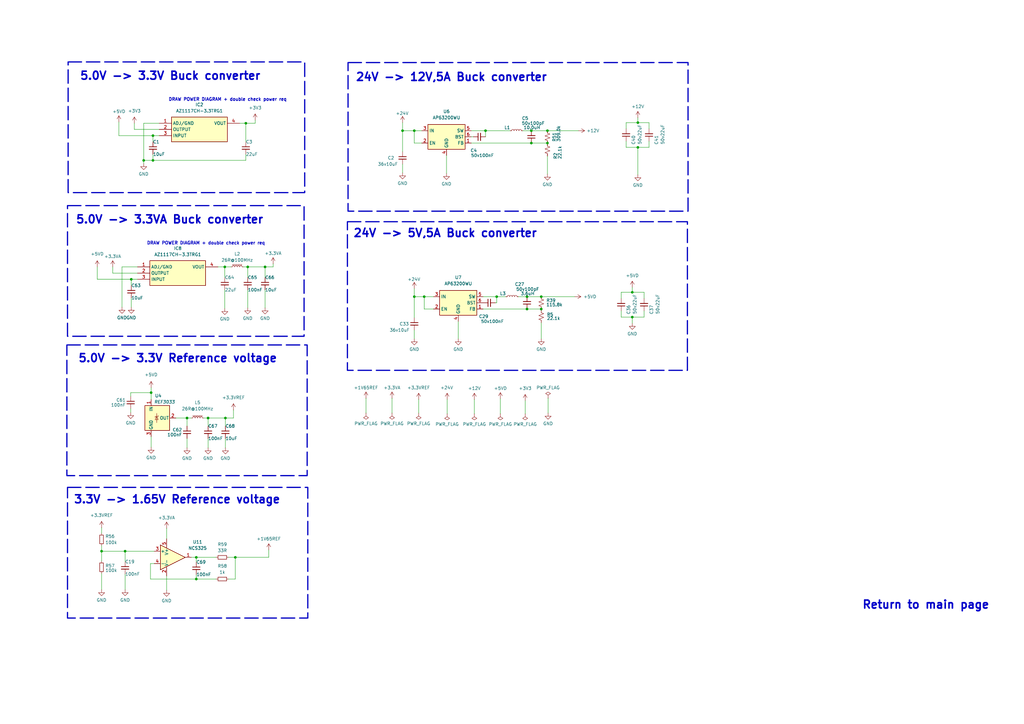
<source format=kicad_sch>
(kicad_sch (version 20231120) (generator "eeschema") (generator_version "8.0")
  (paper "A3")
  (title_block (title "Super Capacitor Module (SCM)") (date "2024-06-22") (rev "v1.0") (company "NUS Calibur Robotics") (comment 2 "Authors : Wx, Yassine Bakkali"))
  (lib_symbols
    (symbol "Amplifier_Operational:NCS325" (pin_names (offset 0.127))
      (property "Reference" "U" (at 0 6.35 0))
      (property "Value" "NCS325" (at 0 3.81 0))
      (symbol "NCS325_0_1"
        (polyline (pts (xy -5.08 5.08) (xy 5.08 0) (xy -5.08 -5.08) (xy -5.08 5.08)) (stroke (width 0.254)) (fill (type background)))
      )
      (symbol "NCS325_1_1"
        (pin output line (at 7.62 0 180) (length 2.54) (name "~") (number "1"))
        (pin power_in line (at -2.54 -7.62 90) (length 3.81) (name "V-") (number "2"))
        (pin input line (at -7.62 2.54 0) (length 2.54) (name "+") (number "3"))
        (pin input line (at -7.62 -2.54 0) (length 2.54) (name "-") (number "4"))
        (pin power_in line (at -2.54 7.62 270) (length 3.81) (name "V+") (number "5"))
      )
    )
    (symbol "Device:C_Small" (pin_numbers hide) (pin_names (offset 0.254) hide)
      (property "Reference" "C" (at 0.254 1.778 0))
      (property "Value" "C_Small" (at 0.254 -2.032 0))
      (symbol "C_Small_0_1"
        (polyline (pts (xy -1.524 -0.508) (xy 1.524 -0.508)) (stroke (width 0.3302)))
        (polyline (pts (xy -1.524 0.508) (xy 1.524 0.508)) (stroke (width 0.3048)))
      )
      (symbol "C_Small_1_1"
        (pin passive line (at 0 2.54 270) (length 2.032) (name "~") (number "1"))
        (pin passive line (at 0 -2.54 90) (length 2.032) (name "~") (number "2"))
      )
    )
    (symbol "Device:L_Ferrite_Small" (pin_numbers hide) (pin_names (offset 0.254) hide)
      (property "Reference" "L" (at 1.27 1.016 0))
      (property "Value" "L_Ferrite_Small" (at 1.27 -1.27 0))
      (symbol "L_Ferrite_Small_0_1"
        (arc (start 0 -2.032) (mid 0.5058 -1.524) (end 0 -1.016))
        (arc (start 0 -1.016) (mid 0.5058 -0.508) (end 0 0))
        (polyline (pts (xy 0.762 -1.905) (xy 0.762 -1.651)))
        (polyline (pts (xy 0.762 -1.397) (xy 0.762 -1.143)))
        (polyline (pts (xy 0.762 -0.889) (xy 0.762 -0.635)))
        (polyline (pts (xy 0.762 -0.381) (xy 0.762 -0.127)))
        (polyline (pts (xy 0.762 0.127) (xy 0.762 0.381)))
        (polyline (pts (xy 0.762 0.635) (xy 0.762 0.889)))
        (polyline (pts (xy 0.762 1.143) (xy 0.762 1.397)))
        (polyline (pts (xy 0.762 1.651) (xy 0.762 1.905)))
        (polyline (pts (xy 1.016 -1.651) (xy 1.016 -1.905)))
        (polyline (pts (xy 1.016 -1.143) (xy 1.016 -1.397)))
        (polyline (pts (xy 1.016 -0.635) (xy 1.016 -0.889)))
        (polyline (pts (xy 1.016 -0.127) (xy 1.016 -0.381)))
        (polyline (pts (xy 1.016 0.381) (xy 1.016 0.127)))
        (polyline (pts (xy 1.016 0.889) (xy 1.016 0.635)))
        (polyline (pts (xy 1.016 1.397) (xy 1.016 1.143)))
        (polyline (pts (xy 1.016 1.905) (xy 1.016 1.651)))
        (arc (start 0 0) (mid 0.5058 0.508) (end 0 1.016))
        (arc (start 0 1.016) (mid 0.5058 1.524) (end 0 2.032))
      )
      (symbol "L_Ferrite_Small_1_1"
        (pin passive line (at 0 2.54 270) (length 0.508) (name "~") (number "1"))
        (pin passive line (at 0 -2.54 90) (length 0.508) (name "~") (number "2"))
      )
    )
    (symbol "Device:L_Small" (pin_numbers hide) (pin_names (offset 0.254) hide)
      (property "Reference" "L" (at 0.762 1.016 0))
      (property "Value" "L_Small" (at 0.762 -1.016 0))
      (symbol "L_Small_0_1"
        (arc (start 0 -2.032) (mid 0.5058 -1.524) (end 0 -1.016))
        (arc (start 0 -1.016) (mid 0.5058 -0.508) (end 0 0))
        (arc (start 0 0) (mid 0.5058 0.508) (end 0 1.016))
        (arc (start 0 1.016) (mid 0.5058 1.524) (end 0 2.032))
      )
      (symbol "L_Small_1_1"
        (pin passive line (at 0 2.54 270) (length 0.508) (name "~") (number "1"))
        (pin passive line (at 0 -2.54 90) (length 0.508) (name "~") (number "2"))
      )
    )
    (symbol "Device:R_Small" (pin_numbers hide) (pin_names (offset 0.254) hide)
      (property "Reference" "R" (at 0.762 0.508 0))
      (property "Value" "R_Small" (at 0.762 -1.016 0))
      (symbol "R_Small_0_1"
        (rectangle (start -0.762 1.778) (end 0.762 -1.778) (stroke (width 0.2032)))
      )
      (symbol "R_Small_1_1"
        (pin passive line (at 0 2.54 270) (length 0.762) (name "~") (number "1"))
        (pin passive line (at 0 -2.54 90) (length 0.762) (name "~") (number "2"))
      )
    )
    (symbol "Device:R_Small_US" (pin_numbers hide) (pin_names (offset 0.254) hide)
      (property "Reference" "R" (at 0.762 0.508 0))
      (property "Value" "R_Small_US" (at 0.762 -1.016 0))
      (symbol "R_Small_US_1_1"
        (polyline (pts (xy 0 0) (xy 1.016 -0.381) (xy 0 -0.762) (xy -1.016 -1.143) (xy 0 -1.524)))
        (polyline (pts (xy 0 1.524) (xy 1.016 1.143) (xy 0 0.762) (xy -1.016 0.381) (xy 0 0)))
        (pin passive line (at 0 2.54 270) (length 1.016) (name "~") (number "1"))
        (pin passive line (at 0 -2.54 90) (length 1.016) (name "~") (number "2"))
      )
    )
    (symbol "Reference_Voltage:REF3033" (pin_names (offset 0.254))
      (property "Reference" "U" (at 0 6.35 0))
      (property "Value" "REF3033" (at 2.54 -6.35 0))
      (symbol "REF3033_0_1"
        (rectangle (start -5.08 5.08) (end 5.08 -5.08) (stroke (width 0.254)) (fill (type background)))
        (polyline (pts (xy -0.254 1.905) (xy -0.254 -1.905)))
        (polyline (pts (xy -0.889 -0.635) (xy 0.381 -0.635) (xy -0.254 0.635) (xy -0.889 -0.635)))
        (polyline (pts (xy 0.381 1.016) (xy 0.381 0.635) (xy -0.889 0.635) (xy -0.889 0.254)))
      )
      (symbol "REF3033_1_1"
        (pin power_in line (at -2.54 7.62 270) (length 2.54) (name "IN") (number "1"))
        (pin power_out line (at 7.62 0 180) (length 2.54) (name "OUT") (number "2"))
        (pin power_in line (at -2.54 -7.62 90) (length 2.54) (name "GND") (number "3"))
      )
    )
    (symbol "Regulator_Switching:AP63200WU"
      (property "Reference" "U" (at -7.62 6.35 0))
      (property "Value" "AP63200WU" (at 2.54 6.35 0))
      (symbol "AP63200WU_0_1"
        (rectangle (start -7.62 5.08) (end 7.62 -5.08) (stroke (width 0.254)) (fill (type background)))
      )
      (symbol "AP63200WU_1_1"
        (pin input line (at 10.16 -2.54 180) (length 2.54) (name "FB") (number "1"))
        (pin input line (at -10.16 -2.54 0) (length 2.54) (name "EN") (number "2"))
        (pin power_in line (at -10.16 2.54 0) (length 2.54) (name "IN") (number "3"))
        (pin power_in line (at 0 -7.62 90) (length 2.54) (name "GND") (number "4"))
        (pin output line (at 10.16 2.54 180) (length 2.54) (name "SW") (number "5"))
        (pin passive line (at 10.16 0 180) (length 2.54) (name "BST") (number "6"))
      )
    )
    (symbol "SamacSys_Parts:AZ1117CH-3.3TRG1"
      (property "Reference" "IC" (at 29.21 7.62 0))
      (property "Value" "AZ1117CH-3.3TRG1" (at 29.21 5.08 0))
      (symbol "AZ1117CH-3.3TRG1_1_1"
        (rectangle (start 5.08 2.54) (end 27.94 -7.62) (stroke (width 0.254)) (fill (type background)))
        (pin passive line (at 0 0 0) (length 5.08) (name "ADJ/GND") (number "1"))
        (pin passive line (at 0 -2.54 0) (length 5.08) (name "OUTPUT") (number "2"))
        (pin passive line (at 0 -5.08 0) (length 5.08) (name "INPUT") (number "3"))
        (pin passive line (at 33.02 0 180) (length 5.08) (name "VOUT") (number "4"))
      )
    )
    (symbol "power:+12V" (power) (pin_numbers hide) (pin_names (offset 0) hide)
      (property "Value" "+12V" (at 0 3.556 0))
      (symbol "+12V_0_1"
        (polyline (pts (xy -0.762 1.27) (xy 0 2.54)))
        (polyline (pts (xy 0 0) (xy 0 2.54)))
        (polyline (pts (xy 0 2.54) (xy 0.762 1.27)))
      )
      (symbol "+12V_1_1"
        (pin power_in line (at 0 0 90) (length 0) (name "~") (number "1"))
      )
    )
    (symbol "power:+1V0" (power) (pin_numbers hide) (pin_names (offset 0) hide)
      (property "Value" "+1V0" (at 0 3.556 0))
      (symbol "+1V0_0_1"
        (polyline (pts (xy -0.762 1.27) (xy 0 2.54)))
        (polyline (pts (xy 0 0) (xy 0 2.54)))
        (polyline (pts (xy 0 2.54) (xy 0.762 1.27)))
      )
      (symbol "+1V0_1_1"
        (pin power_in line (at 0 0 90) (length 0) (name "~") (number "1"))
      )
    )
    (symbol "power:+24V" (power) (pin_names (offset 0))
      (property "Value" "+24V" (at 0 3.556 0))
      (symbol "+24V_0_1"
        (polyline (pts (xy -0.762 1.27) (xy 0 2.54)))
        (polyline (pts (xy 0 0) (xy 0 2.54)))
        (polyline (pts (xy 0 2.54) (xy 0.762 1.27)))
      )
      (symbol "+24V_1_1"
        (pin power_in line (at 0 0 90) (length 0) hide (name "+24V") (number "1"))
      )
    )
    (symbol "power:+3.3VA" (power) (pin_numbers hide) (pin_names (offset 0) hide)
      (property "Value" "+3.3VA" (at 0 3.556 0))
      (symbol "+3.3VA_0_1"
        (polyline (pts (xy -0.762 1.27) (xy 0 2.54)))
        (polyline (pts (xy 0 0) (xy 0 2.54)))
        (polyline (pts (xy 0 2.54) (xy 0.762 1.27)))
      )
      (symbol "+3.3VA_1_1"
        (pin power_in line (at 0 0 90) (length 0) (name "~") (number "1"))
      )
    )
    (symbol "power:+3.3VADC" (power) (pin_numbers hide) (pin_names (offset 0) hide)
      (property "Value" "+3.3VADC" (at 0 3.556 0))
      (symbol "+3.3VADC_0_0"
        (pin power_in line (at 0 0 90) (length 0) (name "~") (number "1"))
      )
      (symbol "+3.3VADC_0_1"
        (polyline (pts (xy -0.762 1.27) (xy 0 2.54)))
        (polyline (pts (xy 0 0) (xy 0 2.54)))
        (polyline (pts (xy 0 2.54) (xy 0.762 1.27)))
      )
    )
    (symbol "power:+3V3" (power) (pin_names (offset 0))
      (property "Value" "+3V3" (at 0 3.556 0))
      (symbol "+3V3_0_1"
        (polyline (pts (xy -0.762 1.27) (xy 0 2.54)))
        (polyline (pts (xy 0 0) (xy 0 2.54)))
        (polyline (pts (xy 0 2.54) (xy 0.762 1.27)))
      )
      (symbol "+3V3_1_1"
        (pin power_in line (at 0 0 90) (length 0) hide (name "+3V3") (number "1"))
      )
    )
    (symbol "power:+5VD" (power) (pin_names (offset 0))
      (property "Value" "+5VD" (at 0 3.556 0))
      (symbol "+5VD_0_1"
        (polyline (pts (xy -0.762 1.27) (xy 0 2.54)))
        (polyline (pts (xy 0 0) (xy 0 2.54)))
        (polyline (pts (xy 0 2.54) (xy 0.762 1.27)))
      )
      (symbol "+5VD_1_1"
        (pin power_in line (at 0 0 90) (length 0) hide (name "+5VD") (number "1"))
      )
    )
    (symbol "power:GND" (power) (pin_names (offset 0))
      (property "Value" "GND" (at 0 -3.81 0))
      (symbol "GND_0_1"
        (polyline (pts (xy 0 0) (xy 0 -1.27) (xy 1.27 -1.27) (xy 0 -2.54) (xy -1.27 -1.27) (xy 0 -1.27)))
      )
      (symbol "GND_1_1"
        (pin power_in line (at 0 0 270) (length 0) hide (name "GND") (number "1"))
      )
    )
    (symbol "power:PWR_FLAG" (power) (pin_numbers hide) (pin_names (offset 0) hide)
      (property "Value" "PWR_FLAG" (at 0 3.81 0))
      (symbol "PWR_FLAG_0_0"
        (pin power_out line (at 0 0 90) (length 0) (name "~") (number "1"))
      )
      (symbol "PWR_FLAG_0_1"
        (polyline (pts (xy 0 0) (xy 0 1.27) (xy -1.016 1.905) (xy 0 2.54) (xy 1.016 1.905) (xy 0 1.27)))
      )
    )
  )
  (junction (at 169.926 53.594))
  (junction (at 61.976 161.036))
  (junction (at 217.932 58.674))
  (junction (at 85.344 171.45))
  (junction (at 224.536 53.594))
  (junction (at 96.52 228.6))
  (junction (at 101.6 109.474))
  (junction (at 259.334 130.048))
  (junction (at 53.848 114.554))
  (junction (at 216.154 121.666))
  (junction (at 165.1 53.594))
  (junction (at 221.996 121.666))
  (junction (at 58.928 65.786))
  (junction (at 62.738 65.786))
  (junction (at 80.518 228.6))
  (junction (at 224.536 58.674))
  (junction (at 199.136 53.594))
  (junction (at 51.308 226.06))
  (junction (at 100.838 50.546))
  (junction (at 261.62 50.292))
  (junction (at 108.712 109.474))
  (junction (at 92.456 171.45))
  (junction (at 41.656 226.06))
  (junction (at 221.996 126.746))
  (junction (at 216.154 126.746))
  (junction (at 80.518 237.49))
  (junction (at 76.708 171.45))
  (junction (at 261.62 60.452))
  (junction (at 259.334 119.888))
  (junction (at 173.99 121.666))
  (junction (at 62.738 55.626))
  (junction (at 169.926 121.666))
  (junction (at 203.708 121.666))
  (junction (at 92.202 109.474))
  (junction (at 217.932 53.594))
  (wire (pts (xy 80.518 228.6) (xy 78.486 228.6)))
  (wire (pts (xy 46.228 109.474) (xy 46.228 112.014)))
  (wire (pts (xy 101.6 109.474) (xy 101.6 113.792)))
  (wire (pts (xy 217.932 58.674) (xy 224.536 58.674)))
  (wire (pts (xy 51.308 226.06) (xy 51.308 230.378)))
  (wire (pts (xy 254.762 127.508) (xy 254.762 130.048)))
  (wire (pts (xy 68.326 216.662) (xy 68.326 220.98)))
  (wire (pts (xy 80.518 228.6) (xy 88.646 228.6)))
  (wire (pts (xy 96.52 237.49) (xy 93.726 237.49)))
  (wire (pts (xy 100.838 65.786) (xy 62.738 65.786)))
  (wire (pts (xy 254.762 130.048) (xy 259.334 130.048)))
  (wire (pts (xy 85.344 179.832) (xy 85.344 183.642)))
  (wire (pts (xy 261.62 60.452) (xy 266.192 60.452)))
  (wire (pts (xy 89.408 109.474) (xy 92.202 109.474)))
  (wire (pts (xy 56.388 109.474) (xy 50.038 109.474)))
  (wire (pts (xy 98.298 50.546) (xy 100.838 50.546)))
  (wire (pts (xy 221.996 121.666) (xy 235.712 121.666)))
  (wire (pts (xy 216.154 121.666) (xy 221.996 121.666)))
  (wire (pts (xy 216.154 126.746) (xy 221.996 126.746)))
  (wire (pts (xy 83.566 171.45) (xy 85.344 171.45)))
  (wire (pts (xy 58.928 65.786) (xy 58.928 67.056)))
  (wire (pts (xy 259.334 130.048) (xy 259.334 132.588)))
  (wire (pts (xy 217.932 53.594) (xy 224.536 53.594)))
  (wire (pts (xy 221.996 126.746) (xy 221.996 127.254)))
  (wire (pts (xy 261.62 48.26) (xy 261.62 50.292)))
  (wire (pts (xy 80.518 230.5454) (xy 80.518 228.6)))
  (wire (pts (xy 165.1 50.292) (xy 165.1 53.594)))
  (wire (pts (xy 264.16 119.888) (xy 259.334 119.888)))
  (wire (pts (xy 169.926 53.594) (xy 172.974 53.594)))
  (wire (pts (xy 259.334 117.856) (xy 259.334 119.888)))
  (wire (pts (xy 205.232 163.576) (xy 205.232 169.672)))
  (wire (pts (xy 183.388 163.83) (xy 183.388 169.672)))
  (wire (pts (xy 165.1 67.31) (xy 165.1 70.866)))
  (wire (pts (xy 61.722 231.14) (xy 61.722 237.49)))
  (wire (pts (xy 169.926 53.594) (xy 169.926 58.674)))
  (wire (pts (xy 193.294 58.674) (xy 217.932 58.674)))
  (wire (pts (xy 224.536 58.674) (xy 224.536 58.928)))
  (wire (pts (xy 256.794 60.452) (xy 261.62 60.452)))
  (wire (pts (xy 76.708 171.45) (xy 78.486 171.45)))
  (wire (pts (xy 61.722 237.49) (xy 80.518 237.49)))
  (wire (pts (xy 51.308 235.458) (xy 51.308 241.808)))
  (wire (pts (xy 76.708 171.45) (xy 76.708 174.752)))
  (wire (pts (xy 108.712 109.474) (xy 112.014 109.474)))
  (wire (pts (xy 53.594 161.036) (xy 53.594 162.56)))
  (wire (pts (xy 112.014 108.204) (xy 112.014 109.474)))
  (wire (pts (xy 46.228 112.014) (xy 56.388 112.014)))
  (wire (pts (xy 100.838 50.546) (xy 104.648 50.546)))
  (wire (pts (xy 199.136 53.594) (xy 209.296 53.594)))
  (wire (pts (xy 203.708 121.666) (xy 207.518 121.666)))
  (wire (pts (xy 92.202 109.474) (xy 92.202 113.792)))
  (wire (pts (xy 108.712 126.238) (xy 108.712 118.872)))
  (wire (pts (xy 39.878 109.474) (xy 39.878 114.554)))
  (wire (pts (xy 62.738 55.626) (xy 65.278 55.626)))
  (wire (pts (xy 88.646 237.49) (xy 80.518 237.49)))
  (wire (pts (xy 62.738 63.246) (xy 62.738 65.786)))
  (wire (pts (xy 173.99 126.746) (xy 177.8 126.746)))
  (wire (pts (xy 101.6 109.474) (xy 108.712 109.474)))
  (wire (pts (xy 61.976 159.004) (xy 61.976 161.036)))
  (wire (pts (xy 61.976 161.036) (xy 53.594 161.036)))
  (wire (pts (xy 53.848 122.174) (xy 53.848 125.984)))
  (wire (pts (xy 39.878 114.554) (xy 53.848 114.554)))
  (wire (pts (xy 215.392 169.672) (xy 215.392 164.338)))
  (wire (pts (xy 173.99 121.666) (xy 177.8 121.666)))
  (wire (pts (xy 256.794 57.912) (xy 256.794 60.452)))
  (wire (pts (xy 259.334 119.888) (xy 254.762 119.888)))
  (wire (pts (xy 203.2 124.206) (xy 203.708 124.206)))
  (wire (pts (xy 198.12 121.666) (xy 203.708 121.666)))
  (wire (pts (xy 169.926 118.364) (xy 169.926 121.666)))
  (wire (pts (xy 50.038 109.474) (xy 50.038 125.984)))
  (wire (pts (xy 198.12 126.746) (xy 216.154 126.746)))
  (wire (pts (xy 108.712 113.792) (xy 108.712 109.474)))
  (wire (pts (xy 55.118 50.546) (xy 55.118 53.086)))
  (wire (pts (xy 85.344 171.45) (xy 92.456 171.45)))
  (wire (pts (xy 72.136 171.45) (xy 76.708 171.45)))
  (wire (pts (xy 48.768 50.038) (xy 48.768 55.626)))
  (wire (pts (xy 169.926 121.666) (xy 173.99 121.666)))
  (wire (pts (xy 169.926 135.382) (xy 169.926 138.938)))
  (wire (pts (xy 264.16 119.888) (xy 264.16 122.428)))
  (wire (pts (xy 261.62 50.292) (xy 256.794 50.292)))
  (wire (pts (xy 53.848 114.554) (xy 53.848 117.094)))
  (wire (pts (xy 183.134 63.754) (xy 183.134 71.12)))
  (wire (pts (xy 96.52 228.6) (xy 110.236 228.6)))
  (wire (pts (xy 110.236 225.552) (xy 110.236 228.6)))
  (wire (pts (xy 48.768 55.626) (xy 62.738 55.626)))
  (wire (pts (xy 266.192 60.452) (xy 266.192 57.912)))
  (wire (pts (xy 169.926 130.302) (xy 169.926 121.666)))
  (wire (pts (xy 259.334 130.048) (xy 264.16 130.048)))
  (wire (pts (xy 224.536 64.008) (xy 224.536 71.374)))
  (wire (pts (xy 221.996 132.334) (xy 221.996 138.938)))
  (wire (pts (xy 100.838 50.546) (xy 100.838 58.166)))
  (wire (pts (xy 194.564 163.83) (xy 194.564 169.672)))
  (wire (pts (xy 203.708 124.206) (xy 203.708 121.666)))
  (wire (pts (xy 193.294 53.594) (xy 199.136 53.594)))
  (wire (pts (xy 212.598 121.666) (xy 216.154 121.666)))
  (wire (pts (xy 160.782 169.418) (xy 160.782 163.322)))
  (wire (pts (xy 99.822 109.474) (xy 101.6 109.474)))
  (wire (pts (xy 214.376 53.594) (xy 217.932 53.594)))
  (wire (pts (xy 63.246 231.14) (xy 61.722 231.14)))
  (wire (pts (xy 65.278 50.546) (xy 58.928 50.546)))
  (wire (pts (xy 92.202 109.474) (xy 94.742 109.474)))
  (wire (pts (xy 41.656 223.774) (xy 41.656 226.06)))
  (wire (pts (xy 92.202 118.872) (xy 92.202 126.492)))
  (wire (pts (xy 58.928 65.786) (xy 62.738 65.786)))
  (wire (pts (xy 199.136 53.594) (xy 199.136 56.134)))
  (wire (pts (xy 165.1 62.23) (xy 165.1 53.594)))
  (wire (pts (xy 53.594 167.64) (xy 53.594 169.164)))
  (wire (pts (xy 68.326 236.22) (xy 68.326 242.062)))
  (wire (pts (xy 266.192 50.292) (xy 261.62 50.292)))
  (wire (pts (xy 224.536 53.594) (xy 237.236 53.594)))
  (wire (pts (xy 173.99 121.666) (xy 173.99 126.746)))
  (wire (pts (xy 41.656 226.06) (xy 41.656 230.124)))
  (wire (pts (xy 41.656 226.06) (xy 51.308 226.06)))
  (wire (pts (xy 256.794 50.292) (xy 256.794 52.832)))
  (wire (pts (xy 101.6 118.872) (xy 101.6 126.238)))
  (wire (pts (xy 266.192 50.292) (xy 266.192 52.832)))
  (wire (pts (xy 61.976 179.07) (xy 61.976 183.388)))
  (wire (pts (xy 95.758 171.45) (xy 95.758 168.148)))
  (wire (pts (xy 100.838 63.246) (xy 100.838 65.786)))
  (wire (pts (xy 80.518 237.49) (xy 80.518 235.6254)))
  (wire (pts (xy 193.294 56.134) (xy 194.056 56.134)))
  (wire (pts (xy 85.344 171.45) (xy 85.344 174.752)))
  (wire (pts (xy 254.762 119.888) (xy 254.762 122.428)))
  (wire (pts (xy 62.738 55.626) (xy 62.738 58.166)))
  (wire (pts (xy 224.79 163.322) (xy 224.79 169.418)))
  (wire (pts (xy 92.456 174.752) (xy 92.456 171.45)))
  (wire (pts (xy 93.726 228.6) (xy 96.52 228.6)))
  (wire (pts (xy 51.308 226.06) (xy 63.246 226.06)))
  (wire (pts (xy 41.656 216.408) (xy 41.656 218.694)))
  (wire (pts (xy 61.976 161.036) (xy 61.976 163.83)))
  (wire (pts (xy 169.926 58.674) (xy 172.974 58.674)))
  (wire (pts (xy 92.456 183.642) (xy 92.456 179.832)))
  (wire (pts (xy 261.62 60.452) (xy 261.62 71.628)))
  (wire (pts (xy 41.656 241.808) (xy 41.656 235.204)))
  (wire (pts (xy 165.1 53.594) (xy 169.926 53.594)))
  (wire (pts (xy 150.114 169.418) (xy 150.114 163.322)))
  (wire (pts (xy 92.456 171.45) (xy 95.758 171.45)))
  (wire (pts (xy 76.708 183.642) (xy 76.708 179.832)))
  (wire (pts (xy 264.16 130.048) (xy 264.16 127.508)))
  (wire (pts (xy 58.928 50.546) (xy 58.928 65.786)))
  (wire (pts (xy 104.648 49.276) (xy 104.648 50.546)))
  (wire (pts (xy 187.96 131.826) (xy 187.96 138.938)))
  (wire (pts (xy 171.704 169.418) (xy 171.704 163.83)))
  (wire (pts (xy 53.848 114.554) (xy 56.388 114.554)))
  (wire (pts (xy 96.52 228.6) (xy 96.52 237.49)))
  (wire (pts (xy 55.118 53.086) (xy 65.278 53.086)))
  (rectangle (start 142.748 25.654) (end 282.194 86.614) (stroke (width 0.5) (type dash)))
  (rectangle (start 27.94 25.4) (end 124.968 78.994) (stroke (width 0.5) (type dash)))
  (rectangle (start 27.432 141.478) (end 125.984 195.072) (stroke (width 0.5) (type dash)))
  (rectangle (start 27.686 84.328) (end 124.714 137.922) (stroke (width 0.5) (type dash)))
  (rectangle (start 142.494 90.932) (end 281.94 151.892) (stroke (width 0.5) (type dash)))
  (rectangle (start 27.686 199.898) (end 126.238 253.492) (stroke (width 0.5) (type dash)))
  (text "24V -> 5V,5A Buck converter" (at 182.626 95.758 0) (effects (font (size 3.27 3.27) (bold yes))))
  (text "DRAW POWER DIAGRAM + double check power req" (at 60.198 100.584 0) (effects (font (size 1.27 1.27) (thickness 0.254) (bold yes)) (justify left bottom)))
  (text "5.0V -> 3.3V Buck converter\n" (at 69.85 31.242 0) (effects (font (size 3.27 3.27) (bold yes))))
  (text "5.0V -> 3.3VA Buck converter\n" (at 69.596 90.17 0) (effects (font (size 3.27 3.27) (bold yes))))
  (text "5.0V -> 3.3V Reference voltage" (at 72.898 147.066 0) (effects (font (size 3.27 3.27) (bold yes))))
  (text "Return to main page" (at 379.73 248.158 0) (effects (font (size 3.27 3.27) (thickness 0.654) (bold yes))))
  (text "DRAW POWER DIAGRAM + double check power req" (at 69.088 41.656 0) (effects (font (size 1.27 1.27) (thickness 0.254) (bold yes)) (justify left bottom)))
  (text "24V -> 12V,5A Buck converter" (at 185.166 31.75 0) (effects (font (size 3.27 3.27) (bold yes))))
  (text "3.3V -> 1.65V Reference voltage" (at 72.644 204.978 0) (effects (font (size 3.27 3.27) (bold yes))))
  (symbol (lib_id "SamacSys_Parts:AZ1117CH-3.3TRG1") (at 65.278 50.546 0) (unit 1)
    (property "Reference" "IC2" (at 81.788 42.926 0))
    (property "Value" "AZ1117CH-3.3TRG1" (at 81.788 45.466 0))
    (property "Footprint" "SamacSys_Parts:SOT230P700X180-4N" (effects (hide yes)))
    (property "Datasheet" "https://datasheet.datasheetarchive.com/originals/distributors/Datasheets-DGA25/1776204.pdf" (effects (hide yes)))
    (property "Height" "1.8" (effects (hide yes)))
    (property "Manufacturer_Name" "Diodes Incorporated" (effects (hide yes)))
    (property "Manufacturer_Part_Number" "AZ1117CH-3.3TRG1" (effects (hide yes)))
  )
  (symbol (lib_id "Device:C_Small") (at 100.838 60.706 0) (unit 1)
    (property "Reference" "C3" (at 100.838 58.166 0) (effects (justify left)))
    (property "Value" "22uF" (at 100.838 63.246 0) (effects (justify left)))
    (property "Footprint" "Capacitor_SMD:C_0603_1608Metric_Pad1.08x0.95mm_HandSolder" (effects (hide yes)))
  )
  (symbol (lib_id "power:+3V3") (at 104.648 49.276 0) (unit 1)
    (property "Reference" "#PWR011" (effects (hide yes)))
    (property "Value" "+3V3" (at 104.648 44.196 0))
  )
  (symbol (lib_id "Device:C_Small") (at 196.596 56.134 90) (unit 1)
    (property "Reference" "C4" (at 194.31 61.722 90))
    (property "Value" "50v100nF" (at 197.866 63.754 90))
    (property "Footprint" "Capacitor_SMD:C_0603_1608Metric_Pad1.08x0.95mm_HandSolder" (effects (hide yes)))
    (property "Datasheet" "https://www.digikey.sg/en/products/detail/samsung-electro-mechanics/CL31A106MBHNNNE/5961220" (effects (hide yes)))
  )
  (symbol (lib_id "Device:C_Small") (at 266.192 55.372 180) (unit 1)
    (property "Reference" "C41" (at 269.24 57.404 90))
    (property "Value" "50v22uF" (at 271.78 55.118 90))
    (property "Footprint" "Capacitor_SMD:C_0805_2012Metric_Pad1.18x1.45mm_HandSolder" (effects (hide yes)))
    (property "Datasheet" "https://www.digikey.sg/en/products/detail/samsung-electro-mechanics/CL21A226MAYNNNE/10479857" (effects (hide yes)))
  )
  (symbol (lib_id "power:PWR_FLAG") (at 160.782 169.418 180) (unit 1)
    (property "Reference" "#FLG05" (effects (hide yes)))
    (property "Value" "PWR_FLAG" (at 160.782 173.736 0))
    (property "Description" "Special symbol for telling ERC where power comes from" (effects (hide yes)))
  )
  (symbol (lib_id "Device:R_Small") (at 41.656 232.664 0) (unit 1)
    (property "Reference" "R57" (at 43.18 232.0289 0) (effects (justify left)))
    (property "Value" "100k" (at 43.18 233.934 0) (effects (justify left)))
    (property "Footprint" "Resistor_SMD:R_0805_2012Metric_Pad1.20x1.40mm_HandSolder" (effects (hide yes)))
    (property "Description" "Resistor, small symbol" (effects (hide yes)))
  )
  (symbol (lib_id "power:PWR_FLAG") (at 183.388 169.672 180) (unit 1)
    (property "Reference" "#FLG02" (effects (hide yes)))
    (property "Value" "PWR_FLAG" (at 183.388 173.99 0))
    (property "Description" "Special symbol for telling ERC where power comes from" (effects (hide yes)))
  )
  (symbol (lib_id "power:GND") (at 101.6 126.238 0) (unit 1)
    (property "Reference" "#PWR0105" (effects (hide yes)))
    (property "Value" "GND" (at 103.632 130.556 0) (effects (justify right)))
  )
  (symbol (lib_id "power:+5VD") (at 235.712 121.666 270) (unit 1)
    (property "Reference" "#PWR084" (effects (hide yes)))
    (property "Value" "+5VD" (at 239.268 121.6659 90) (effects (justify left)))
  )
  (symbol (lib_id "power:+24V") (at 169.926 118.364 0) (unit 1)
    (property "Reference" "#PWR076" (effects (hide yes)))
    (property "Value" "+24V" (at 167.132 114.554 0) (effects (justify left)))
  )
  (symbol (lib_id "Reference_Voltage:REF3033") (at 64.516 171.45 0) (unit 1)
    (property "Reference" "U4" (at 66.294 162.306 0) (effects (justify right)))
    (property "Value" "REF3033" (at 71.628 164.846 0) (effects (font (italic yes)) (justify right)))
    (property "Footprint" "Package_TO_SOT_SMD:SOT-23" (effects (hide yes)))
    (property "Datasheet" "http://www.ti.com/lit/ds/symlink/ref3033.pdf" (effects (hide yes)))
    (property "Description" "3.3V 50-ppm/°C Max, 50-μA, CMOS Voltage Reference, SOT-23-3" (effects (hide yes)))
  )
  (symbol (lib_id "Device:L_Small") (at 210.058 121.666 90) (unit 1)
    (property "Reference" "L3" (at 206.248 120.396 90))
    (property "Value" "3.6uH" (at 216.408 120.396 90))
    (property "Footprint" "footprints:IND_ASPI-6045S-3R6N-T" (effects (hide yes)))
    (property "Datasheet" "https://www.digikey.sg/en/products/detail/taiyo-yuden/LSXNH8080YBL3R6NJG/16667411" (effects (hide yes)))
  )
  (symbol (lib_id "power:GND") (at 108.712 126.238 0) (unit 1)
    (property "Reference" "#PWR0106" (effects (hide yes)))
    (property "Value" "GND" (at 110.744 130.556 0) (effects (justify right)))
  )
  (symbol (lib_id "Device:C_Small") (at 62.738 60.706 0) (unit 1)
    (property "Reference" "C1" (at 62.738 58.166 0) (effects (justify left)))
    (property "Value" "10uF" (at 62.738 63.246 0) (effects (justify left)))
    (property "Footprint" "Capacitor_SMD:C_0603_1608Metric_Pad1.08x0.95mm_HandSolder" (effects (hide yes)))
  )
  (symbol (lib_id "power:+5VD") (at 39.878 109.474 0) (unit 1)
    (property "Reference" "#PWR0120" (effects (hide yes)))
    (property "Value" "+5VD" (at 39.878 104.14 0))
  )
  (symbol (lib_id "power:GND") (at 92.202 126.492 0) (unit 1)
    (property "Reference" "#PWR0101" (effects (hide yes)))
    (property "Value" "GND" (at 94.234 130.81 0) (effects (justify right)))
  )
  (symbol (lib_id "Device:L_Ferrite_Small") (at 81.026 171.45 90) (unit 1)
    (property "Reference" "L5" (at 81.026 165.1 90))
    (property "Value" "26R@100MHz" (at 81.026 167.64 90))
    (property "Footprint" "Inductor_SMD:L_0603_1608Metric_Pad1.05x0.95mm_HandSolder" (effects (hide yes)))
    (property "Datasheet" "https://www.digikey.sg/en/products/detail/murata-electronics/BLM18KG260TN1D/1982760" (effects (hide yes)))
    (property "Description" "Inductor with ferrite core, small symbol" (effects (hide yes)))
  )
  (symbol (lib_id "power:GND") (at 50.038 125.984 0) (unit 1)
    (property "Reference" "#PWR06" (effects (hide yes)))
    (property "Value" "GND" (at 52.07 130.302 0) (effects (justify right)))
  )
  (symbol (lib_id "power:GND") (at 41.656 241.808 0) (unit 1)
    (property "Reference" "#PWR0122" (effects (hide yes)))
    (property "Value" "GND" (at 43.688 246.126 0) (effects (justify right)))
  )
  (symbol (lib_id "Device:C_Small") (at 101.6 116.332 0) (unit 1)
    (property "Reference" "C65" (at 101.6 113.792 0) (effects (justify left)))
    (property "Value" "100nF" (at 101.6 118.872 0) (effects (justify left)))
    (property "Footprint" "Capacitor_SMD:C_0402_1005Metric_Pad0.74x0.62mm_HandSolder" (effects (hide yes)))
  )
  (symbol (lib_id "Device:C_Small") (at 92.202 116.332 0) (unit 1)
    (property "Reference" "C64" (at 92.202 113.792 0) (effects (justify left)))
    (property "Value" "22uF" (at 92.202 118.872 0) (effects (justify left)))
    (property "Footprint" "Capacitor_SMD:C_0603_1608Metric_Pad1.08x0.95mm_HandSolder" (effects (hide yes)))
  )
  (symbol (lib_id "power:PWR_FLAG") (at 150.114 169.418 180) (unit 1)
    (property "Reference" "#FLG06" (effects (hide yes)))
    (property "Value" "PWR_FLAG" (at 150.114 173.736 0))
    (property "Description" "Special symbol for telling ERC where power comes from" (effects (hide yes)))
  )
  (symbol (lib_id "SamacSys_Parts:AZ1117CH-3.3TRG1") (at 56.388 109.474 0) (unit 1)
    (property "Reference" "IC8" (at 72.898 101.854 0))
    (property "Value" "AZ1117CH-3.3TRG1" (at 72.898 104.394 0))
    (property "Footprint" "SamacSys_Parts:SOT230P700X180-4N" (effects (hide yes)))
    (property "Datasheet" "https://datasheet.datasheetarchive.com/originals/distributors/Datasheets-DGA25/1776204.pdf" (effects (hide yes)))
    (property "Height" "1.8" (effects (hide yes)))
    (property "Manufacturer_Name" "Diodes Incorporated" (effects (hide yes)))
    (property "Manufacturer_Part_Number" "AZ1117CH-3.3TRG1" (effects (hide yes)))
  )
  (symbol (lib_id "Device:R_Small_US") (at 224.536 56.134 0) (unit 1)
    (property "Reference" "R51" (at 227.33 58.166 90) (effects (justify left)))
    (property "Value" "309.0k" (at 229.108 58.166 90) (effects (justify left)))
    (property "Footprint" "Resistor_SMD:R_0805_2012Metric_Pad1.20x1.40mm_HandSolder" (effects (hide yes)))
  )
  (symbol (lib_id "Device:R_Small") (at 91.186 237.49 270) (unit 1)
    (property "Reference" "R58" (at 91.186 232.156 90))
    (property "Value" "1k" (at 91.186 234.696 90))
    (property "Footprint" "Resistor_SMD:R_0805_2012Metric_Pad1.20x1.40mm_HandSolder" (effects (hide yes)))
    (property "Description" "Resistor, small symbol" (effects (hide yes)))
  )
  (symbol (lib_id "Device:C_Small") (at 200.66 124.206 90) (unit 1)
    (property "Reference" "C29" (at 198.374 129.794 90))
    (property "Value" "50v100nF" (at 201.93 131.826 90))
    (property "Footprint" "Capacitor_SMD:C_0603_1608Metric_Pad1.08x0.95mm_HandSolder" (effects (hide yes)))
    (property "Datasheet" "https://www.digikey.sg/en/products/detail/samsung-electro-mechanics/CL31A106MBHNNNE/5961220" (effects (hide yes)))
  )
  (symbol (lib_id "power:PWR_FLAG") (at 215.392 169.672 180) (unit 1)
    (property "Reference" "#FLG07" (effects (hide yes)))
    (property "Value" "PWR_FLAG" (at 215.392 173.99 0))
    (property "Description" "Special symbol for telling ERC where power comes from" (effects (hide yes)))
  )
  (symbol (lib_id "power:+3.3VADC") (at 95.758 168.148 0) (unit 1)
    (property "Reference" "#PWR0124" (effects (hide yes)))
    (property "Value" "+3.3VREF" (at 95.758 163.068 0))
    (property "Description" "Power symbol creates a global label with name \"+3.3VADC\"" (effects (hide yes)))
  )
  (symbol (lib_id "Device:C_Small") (at 217.932 56.134 180) (unit 1)
    (property "Reference" "C5" (at 215.392 48.514 0))
    (property "Value" "50v100pF" (at 218.694 50.546 0))
    (property "Footprint" "Capacitor_SMD:C_0402_1005Metric_Pad0.74x0.62mm_HandSolder" (effects (hide yes)))
    (property "Datasheet" "https://www.digikey.sg/en/products/detail/kemet/C0402C272K5RAC7867/501971" (effects (hide yes)))
  )
  (symbol (lib_id "power:GND") (at 169.926 138.938 0) (unit 1)
    (property "Reference" "#PWR078" (effects (hide yes)))
    (property "Value" "GND" (at 171.958 143.256 0) (effects (justify right)))
  )
  (symbol (lib_id "Device:R_Small_US") (at 224.536 61.468 0) (unit 1)
    (property "Reference" "R2" (at 227.838 65.278 90) (effects (justify left)))
    (property "Value" "22.1k" (at 229.616 65.278 90) (effects (justify left)))
    (property "Footprint" "Resistor_SMD:R_0805_2012Metric_Pad1.20x1.40mm_HandSolder" (effects (hide yes)))
    (property "Datasheet" "https://www.digikey.sg/en/products/detail/stackpole-electronics-inc/RMCF0805FT22K1/1760211" (effects (hide yes)))
  )
  (symbol (lib_id "power:GND") (at 224.79 169.418 0) (unit 1)
    (property "Reference" "#PWR081" (effects (hide yes)))
    (property "Value" "GND" (at 226.822 173.736 0) (effects (justify right)))
  )
  (symbol (lib_id "power:GND") (at 58.928 67.056 0) (unit 1)
    (property "Reference" "#PWR015" (effects (hide yes)))
    (property "Value" "GND" (at 60.96 71.374 0) (effects (justify right)))
  )
  (symbol (lib_id "Device:C_Small") (at 76.708 177.292 0) (mirror y) (unit 1)
    (property "Reference" "C62" (at 74.676 176.276 0) (effects (justify left)))
    (property "Value" "100nF" (at 74.676 178.308 0) (effects (justify left)))
    (property "Footprint" "Capacitor_SMD:C_0402_1005Metric_Pad0.74x0.62mm_HandSolder" (effects (hide yes)))
  )
  (symbol (lib_id "Amplifier_Operational:NCS325") (at 70.866 228.6 0) (unit 1)
    (property "Reference" "U11" (at 81.026 222.2814 0))
    (property "Value" "NCS325" (at 81.026 224.8214 0))
    (property "Footprint" "Package_TO_SOT_SMD:SOT-23-5" (effects (hide yes)))
    (property "Datasheet" "http://www.onsemi.com/pub/Collateral/NCS325-D.PDF" (effects (hide yes)))
    (property "Description" "Single operational amplifier, 50uV Offset, 0.25uV/C, 35uA Zero-Drift, SOT-23-5" (effects (hide yes)))
  )
  (symbol (lib_id "power:+3V3") (at 215.392 164.338 0) (unit 1)
    (property "Reference" "#PWR089" (effects (hide yes)))
    (property "Value" "+3V3" (at 215.392 159.258 0))
  )
  (symbol (lib_id "power:GND") (at 183.134 71.12 0) (unit 1)
    (property "Reference" "#PWR012" (effects (hide yes)))
    (property "Value" "GND" (at 185.166 75.438 0) (effects (justify right)))
  )
  (symbol (lib_id "Device:C_Small") (at 53.848 119.634 0) (unit 1)
    (property "Reference" "C63" (at 53.848 117.094 0) (effects (justify left)))
    (property "Value" "10uF" (at 53.848 122.174 0) (effects (justify left)))
    (property "Footprint" "Capacitor_SMD:C_0603_1608Metric_Pad1.08x0.95mm_HandSolder" (effects (hide yes)))
  )
  (symbol (lib_id "power:GND") (at 61.976 183.388 0) (unit 1)
    (property "Reference" "#PWR0107" (effects (hide yes)))
    (property "Value" "GND" (at 64.008 187.706 0) (effects (justify right)))
  )
  (symbol (lib_id "power:+3.3VADC") (at 41.656 216.408 0) (unit 1)
    (property "Reference" "#PWR022" (effects (hide yes)))
    (property "Value" "+3.3VREF" (at 41.656 211.328 0))
    (property "Description" "Power symbol creates a global label with name \"+3.3VADC\"" (effects (hide yes)))
  )
  (symbol (lib_id "Regulator_Switching:AP63200WU") (at 183.134 56.134 0) (unit 1)
    (property "Reference" "U6" (at 183.134 45.72 0))
    (property "Value" "AP63200WU" (at 183.134 48.26 0))
    (property "Footprint" "Package_TO_SOT_SMD:TSOT-23-6" (effects (hide yes)))
    (property "Datasheet" "https://www.diodes.com/assets/Datasheets/AP63200-AP63201-AP63203-AP63205.pdf" (effects (hide yes)))
    (property "Description" "2A, 500kHz Buck DC/DC Converter, adjustable output voltage, TSOT-23-6" (effects (hide yes)))
  )
  (symbol (lib_id "power:GND") (at 76.708 183.642 0) (unit 1)
    (property "Reference" "#PWR0109" (effects (hide yes)))
    (property "Value" "GND" (at 78.74 187.96 0) (effects (justify right)))
  )
  (symbol (lib_id "Device:C_Small") (at 80.518 233.0854 0) (unit 1)
    (property "Reference" "C69" (at 80.518 230.5454 0) (effects (justify left)))
    (property "Value" "100nF" (at 80.518 235.6254 0) (effects (justify left)))
    (property "Footprint" "Capacitor_SMD:C_0402_1005Metric_Pad0.74x0.62mm_HandSolder" (effects (hide yes)))
  )
  (symbol (lib_id "power:+24V") (at 165.1 50.292 0) (unit 1)
    (property "Reference" "#PWR02" (effects (hide yes)))
    (property "Value" "+24V" (at 162.306 46.482 0) (effects (justify left)))
  )
  (symbol (lib_id "Device:C_Small") (at 51.308 232.918 0) (unit 1)
    (property "Reference" "C19" (at 51.308 230.378 0) (effects (justify left)))
    (property "Value" "100nF" (at 51.308 235.458 0) (effects (justify left)))
    (property "Footprint" "Capacitor_SMD:C_0402_1005Metric_Pad0.74x0.62mm_HandSolder" (effects (hide yes)))
  )
  (symbol (lib_id "Device:C_Small") (at 92.456 177.292 0) (unit 1)
    (property "Reference" "C68" (at 92.456 174.752 0) (effects (justify left)))
    (property "Value" "10uF" (at 92.456 179.832 0) (effects (justify left)))
    (property "Footprint" "Capacitor_SMD:C_0603_1608Metric_Pad1.08x0.95mm_HandSolder" (effects (hide yes)))
  )
  (symbol (lib_id "power:+3.3VA") (at 160.782 163.322 0) (unit 1)
    (property "Reference" "#PWR087" (effects (hide yes)))
    (property "Value" "+3.3VA" (at 160.782 159.004 0))
    (property "Description" "Power symbol creates a global label with name \"+3.3VA\"" (effects (hide yes)))
  )
  (symbol (lib_id "power:+12V") (at 237.236 53.594 270) (unit 1)
    (property "Reference" "#PWR0112" (effects (hide yes)))
    (property "Value" "+12V" (at 240.538 53.5939 90) (effects (justify left)))
    (property "Description" "Power symbol creates a global label with name \"+12V\"" (effects (hide yes)))
  )
  (symbol (lib_id "Device:R_Small") (at 91.186 228.6 270) (unit 1)
    (property "Reference" "R59" (at 91.186 223.266 90))
    (property "Value" "33R" (at 91.186 225.806 90))
    (property "Footprint" "Resistor_SMD:R_0805_2012Metric_Pad1.20x1.40mm_HandSolder" (effects (hide yes)))
    (property "Description" "Resistor, small symbol" (effects (hide yes)))
  )
  (symbol (lib_id "power:GND") (at 85.344 183.642 0) (unit 1)
    (property "Reference" "#PWR0111" (effects (hide yes)))
    (property "Value" "GND" (at 87.376 187.96 0) (effects (justify right)))
  )
  (symbol (lib_id "Regulator_Switching:AP63200WU") (at 187.96 124.206 0) (unit 1)
    (property "Reference" "U7" (at 187.96 113.792 0))
    (property "Value" "AP63200WU" (at 187.96 116.332 0))
    (property "Footprint" "Package_TO_SOT_SMD:TSOT-23-6" (effects (hide yes)))
    (property "Datasheet" "https://www.diodes.com/assets/Datasheets/AP63200-AP63201-AP63203-AP63205.pdf" (effects (hide yes)))
    (property "Description" "2A, 500kHz Buck DC/DC Converter, adjustable output voltage, TSOT-23-6" (effects (hide yes)))
  )
  (symbol (lib_id "power:+5VD") (at 205.232 163.576 0) (unit 1)
    (property "Reference" "#PWR086" (effects (hide yes)))
    (property "Value" "+5VD" (at 205.232 159.258 0))
  )
  (symbol (lib_id "Device:C_Small") (at 254.762 124.968 180) (unit 1)
    (property "Reference" "C36" (at 257.81 127 90))
    (property "Value" "50v22uF" (at 260.35 124.714 90))
    (property "Footprint" "Capacitor_SMD:C_0805_2012Metric_Pad1.18x1.45mm_HandSolder" (effects (hide yes)))
    (property "Datasheet" "https://www.digikey.sg/en/products/detail/samsung-electro-mechanics/CL21A226MAYNNNE/10479857" (effects (hide yes)))
  )
  (symbol (lib_id "power:PWR_FLAG") (at 171.704 169.418 180) (unit 1)
    (property "Reference" "#FLG01" (effects (hide yes)))
    (property "Value" "PWR_FLAG" (at 171.704 173.736 0))
    (property "Description" "Special symbol for telling ERC where power comes from" (effects (hide yes)))
  )
  (symbol (lib_id "Device:R_Small_US") (at 221.996 124.206 0) (unit 1)
    (property "Reference" "R39" (at 224.028 123.19 0) (effects (justify left)))
    (property "Value" "115.8k" (at 224.028 124.968 0) (effects (justify left)))
    (property "Footprint" "Resistor_SMD:R_0805_2012Metric_Pad1.20x1.40mm_HandSolder" (effects (hide yes)))
    (property "Datasheet" "~https://www.digikey.sg/en/products/detail/yageo/RC0805FR-07115KL/727564" (effects (hide yes)))
  )
  (symbol (lib_id "power:+24V") (at 183.388 163.83 0) (unit 1)
    (property "Reference" "#PWR067" (effects (hide yes)))
    (property "Value" "+24V" (at 180.594 159.004 0) (effects (justify left)))
  )
  (symbol (lib_id "power:GND") (at 53.594 169.164 0) (unit 1)
    (property "Reference" "#PWR031" (effects (hide yes)))
    (property "Value" "GND" (at 55.626 173.482 0) (effects (justify right)))
  )
  (symbol (lib_id "Device:C_Small") (at 256.794 55.372 180) (unit 1)
    (property "Reference" "C40" (at 259.842 57.404 90))
    (property "Value" "50v22uF" (at 262.382 55.118 90))
    (property "Footprint" "Capacitor_SMD:C_0805_2012Metric_Pad1.18x1.45mm_HandSolder" (effects (hide yes)))
    (property "Datasheet" "https://www.digikey.sg/en/products/detail/samsung-electro-mechanics/CL21A226MAYNNNE/10479857" (effects (hide yes)))
  )
  (symbol (lib_id "power:PWR_FLAG") (at 194.564 169.672 180) (unit 1)
    (property "Reference" "#FLG03" (effects (hide yes)))
    (property "Value" "PWR_FLAG" (at 194.564 173.99 0))
    (property "Description" "Special symbol for telling ERC where power comes from" (effects (hide yes)))
  )
  (symbol (lib_id "power:GND") (at 51.308 241.808 0) (unit 1)
    (property "Reference" "#PWR0123" (effects (hide yes)))
    (property "Value" "GND" (at 53.34 246.126 0) (effects (justify right)))
  )
  (symbol (lib_id "Device:C_Small") (at 85.344 177.292 0) (unit 1)
    (property "Reference" "C67" (at 85.344 174.752 0) (effects (justify left)))
    (property "Value" "100nF" (at 85.344 179.832 0) (effects (justify left)))
    (property "Footprint" "Capacitor_SMD:C_0402_1005Metric_Pad0.74x0.62mm_HandSolder" (effects (hide yes)))
  )
  (symbol (lib_id "power:+1V0") (at 110.236 225.552 0) (unit 1)
    (property "Reference" "#PWR0139" (effects (hide yes)))
    (property "Value" "+1V65REF" (at 110.236 220.98 0))
    (property "Description" "Power symbol creates a global label with name \"+1V0\"" (effects (hide yes)))
  )
  (symbol (lib_id "power:+5VD") (at 259.334 117.856 0) (unit 1)
    (property "Reference" "#PWR07" (effects (hide yes)))
    (property "Value" "+5VD" (at 259.334 113.03 0))
  )
  (symbol (lib_id "power:GND") (at 224.536 71.374 0) (unit 1)
    (property "Reference" "#PWR0127" (effects (hide yes)))
    (property "Value" "GND" (at 226.568 75.692 0) (effects (justify right)))
  )
  (symbol (lib_id "power:+3V3") (at 55.118 50.546 0) (unit 1)
    (property "Reference" "#PWR05" (effects (hide yes)))
    (property "Value" "+3V3" (at 55.118 45.466 0))
  )
  (symbol (lib_id "power:GND") (at 221.996 138.938 0) (unit 1)
    (property "Reference" "#PWR0104" (effects (hide yes)))
    (property "Value" "GND" (at 224.028 143.256 0) (effects (justify right)))
  )
  (symbol (lib_id "power:+3.3VA") (at 46.228 109.474 0) (unit 1)
    (property "Reference" "#PWR094" (effects (hide yes)))
    (property "Value" "+3.3VA" (at 46.228 105.156 0))
    (property "Description" "Power symbol creates a global label with name \"+3.3VA\"" (effects (hide yes)))
  )
  (symbol (lib_id "Device:C_Small") (at 264.16 124.968 180) (unit 1)
    (property "Reference" "C37" (at 267.208 127 90))
    (property "Value" "50v22uF" (at 269.748 124.714 90))
    (property "Footprint" "Capacitor_SMD:C_0805_2012Metric_Pad1.18x1.45mm_HandSolder" (effects (hide yes)))
    (property "Datasheet" "https://www.digikey.sg/en/products/detail/samsung-electro-mechanics/CL21A226MAYNNNE/10479857" (effects (hide yes)))
  )
  (symbol (lib_id "power:+12V") (at 194.564 163.83 0) (unit 1)
    (property "Reference" "#PWR070" (effects (hide yes)))
    (property "Value" "+12V" (at 194.564 159.258 0))
    (property "Description" "Power symbol creates a global label with name \"+12V\"" (effects (hide yes)))
  )
  (symbol (lib_id "power:PWR_FLAG") (at 224.79 163.322 0) (unit 1)
    (property "Reference" "#FLG08" (effects (hide yes)))
    (property "Value" "PWR_FLAG" (at 224.79 159.004 0))
    (property "Description" "Special symbol for telling ERC where power comes from" (effects (hide yes)))
  )
  (symbol (lib_id "Device:C_Small") (at 165.1 64.77 0) (unit 1)
    (property "Reference" "C2" (at 159.004 64.77 0) (effects (justify left)))
    (property "Value" "36v10uF" (at 154.94 67.31 0) (effects (justify left)))
    (property "Footprint" "Capacitor_SMD:C_1206_3216Metric_Pad1.33x1.80mm_HandSolder" (effects (hide yes)))
    (property "Datasheet" "https://www.digikey.sg/en/products/detail/samsung-electro-mechanics/CL31A106MBHNNNE/5961220" (effects (hide yes)))
  )
  (symbol (lib_id "power:GND") (at 92.456 183.642 0) (unit 1)
    (property "Reference" "#PWR0121" (effects (hide yes)))
    (property "Value" "GND" (at 94.488 187.96 0) (effects (justify right)))
  )
  (symbol (lib_id "Device:R_Small") (at 41.656 221.234 0) (unit 1)
    (property "Reference" "R56" (at 43.18 219.9639 0) (effects (justify left)))
    (property "Value" "100k" (at 43.18 222.5039 0) (effects (justify left)))
    (property "Footprint" "Resistor_SMD:R_0805_2012Metric_Pad1.20x1.40mm_HandSolder" (effects (hide yes)))
    (property "Description" "Resistor, small symbol" (effects (hide yes)))
  )
  (symbol (lib_id "power:GND") (at 187.96 138.938 0) (unit 1)
    (property "Reference" "#PWR080" (effects (hide yes)))
    (property "Value" "GND" (at 189.992 143.256 0) (effects (justify right)))
  )
  (symbol (lib_id "power:+12V") (at 261.62 48.26 0) (unit 1)
    (property "Reference" "#PWR08" (effects (hide yes)))
    (property "Value" "+12V" (at 261.62 43.688 0))
    (property "Description" "Power symbol creates a global label with name \"+12V\"" (effects (hide yes)))
  )
  (symbol (lib_id "Device:C_Small") (at 53.594 165.1 0) (mirror y) (unit 1)
    (property "Reference" "C61" (at 51.562 164.084 0) (effects (justify left)))
    (property "Value" "100nF" (at 51.562 166.116 0) (effects (justify left)))
    (property "Footprint" "Capacitor_SMD:C_0402_1005Metric_Pad0.74x0.62mm_HandSolder" (effects (hide yes)))
  )
  (symbol (lib_id "power:+3.3VA") (at 68.326 216.662 0) (unit 1)
    (property "Reference" "#PWR023" (effects (hide yes)))
    (property "Value" "+3.3VA" (at 68.326 212.344 0))
    (property "Description" "Power symbol creates a global label with name \"+3.3VA\"" (effects (hide yes)))
  )
  (symbol (lib_id "power:GND") (at 259.334 132.588 0) (unit 1)
    (property "Reference" "#PWR075" (effects (hide yes)))
    (property "Value" "GND" (at 261.366 136.906 0) (effects (justify right)))
  )
  (symbol (lib_id "power:GND") (at 68.326 242.062 0) (unit 1)
    (property "Reference" "#PWR0126" (effects (hide yes)))
    (property "Value" "GND" (at 70.358 246.38 0) (effects (justify right)))
  )
  (symbol (lib_id "power:PWR_FLAG") (at 205.232 169.672 180) (unit 1)
    (property "Reference" "#FLG04" (effects (hide yes)))
    (property "Value" "PWR_FLAG" (at 205.232 173.99 0))
    (property "Description" "Special symbol for telling ERC where power comes from" (effects (hide yes)))
  )
  (symbol (lib_id "Device:L_Small") (at 211.836 53.594 90) (unit 1)
    (property "Reference" "L1" (at 208.026 52.324 90))
    (property "Value" "10.0uH" (at 218.186 52.324 90))
    (property "Footprint" "footprints:IND_VLS5045EX-100M" (effects (hide yes)))
    (property "Datasheet" "https://www.digikey.sg/en/products/detail/tdk-corporation/VLS5045EX-100M/5286674" (effects (hide yes)))
  )
  (symbol (lib_id "Device:C_Small") (at 108.712 116.332 0) (unit 1)
    (property "Reference" "C66" (at 108.712 113.792 0) (effects (justify left)))
    (property "Value" "10uF" (at 108.712 118.872 0) (effects (justify left)))
    (property "Footprint" "Capacitor_SMD:C_0603_1608Metric_Pad1.08x0.95mm_HandSolder" (effects (hide yes)))
  )
  (symbol (lib_id "Device:C_Small") (at 216.154 124.206 180) (unit 1)
    (property "Reference" "C27" (at 213.106 116.586 0))
    (property "Value" "50v100pF" (at 216.408 118.618 0))
    (property "Footprint" "Capacitor_SMD:C_0402_1005Metric_Pad0.74x0.62mm_HandSolder" (effects (hide yes)))
    (property "Datasheet" "https://www.digikey.sg/en/products/detail/kemet/C0402C272K5RAC7867/501971" (effects (hide yes)))
  )
  (symbol (lib_id "power:+5VD") (at 48.768 50.038 0) (unit 1)
    (property "Reference" "#PWR0125" (effects (hide yes)))
    (property "Value" "+5VD" (at 48.768 45.72 0))
  )
  (symbol (lib_id "power:GND") (at 165.1 70.866 0) (unit 1)
    (property "Reference" "#PWR03" (effects (hide yes)))
    (property "Value" "GND" (at 167.132 75.184 0) (effects (justify right)))
  )
  (symbol (lib_id "Device:L_Ferrite_Small") (at 97.282 109.474 90) (unit 1)
    (property "Reference" "L2" (at 97.282 104.14 90))
    (property "Value" "26R@100MHz" (at 97.282 106.68 90))
    (property "Footprint" "Inductor_SMD:L_0603_1608Metric_Pad1.05x0.95mm_HandSolder" (effects (hide yes)))
    (property "Datasheet" "https://www.digikey.sg/en/products/detail/murata-electronics/BLM18KG260TN1D/1982760" (effects (hide yes)))
    (property "Description" "Inductor with ferrite core, small symbol" (effects (hide yes)))
  )
  (symbol (lib_id "Device:C_Small") (at 169.926 132.842 0) (unit 1)
    (property "Reference" "C33" (at 163.83 132.842 0) (effects (justify left)))
    (property "Value" "36v10uF" (at 159.766 135.382 0) (effects (justify left)))
    (property "Footprint" "Capacitor_SMD:C_1206_3216Metric_Pad1.33x1.80mm_HandSolder" (effects (hide yes)))
    (property "Datasheet" "https://www.digikey.sg/en/products/detail/samsung-electro-mechanics/CL31A106MBHNNNE/5961220" (effects (hide yes)))
  )
  (symbol (lib_id "power:GND") (at 53.848 125.984 0) (unit 1)
    (property "Reference" "#PWR0100" (effects (hide yes)))
    (property "Value" "GND" (at 55.88 130.302 0) (effects (justify right)))
  )
  (symbol (lib_id "power:+3.3VA") (at 112.014 108.204 0) (unit 1)
    (property "Reference" "#PWR0129" (effects (hide yes)))
    (property "Value" "+3.3VA" (at 112.014 103.886 0))
    (property "Description" "Power symbol creates a global label with name \"+3.3VA\"" (effects (hide yes)))
  )
  (symbol (lib_id "power:+5VD") (at 61.976 159.004 0) (unit 1)
    (property "Reference" "#PWR04" (effects (hide yes)))
    (property "Value" "+5VD" (at 61.976 153.67 0))
  )
  (symbol (lib_id "power:GND") (at 261.62 71.628 0) (unit 1)
    (property "Reference" "#PWR013" (effects (hide yes)))
    (property "Value" "GND" (at 263.652 75.946 0) (effects (justify right)))
  )
  (symbol (lib_id "Device:R_Small_US") (at 221.996 129.794 0) (unit 1)
    (property "Reference" "R5" (at 224.282 129.032 0) (effects (justify left)))
    (property "Value" "22.1k" (at 224.282 130.556 0) (effects (justify left)))
    (property "Footprint" "Resistor_SMD:R_0805_2012Metric_Pad1.20x1.40mm_HandSolder" (effects (hide yes)))
    (property "Datasheet" "https://www.digikey.sg/en/products/detail/stackpole-electronics-inc/RMCF0805FT22K1/1760211" (effects (hide yes)))
  )
  (symbol (lib_id "power:+3.3VADC") (at 171.704 163.83 0) (unit 1)
    (property "Reference" "#PWR035" (effects (hide yes)))
    (property "Value" "+3.3VREF" (at 171.704 159.004 0))
    (property "Description" "Power symbol creates a global label with name \"+3.3VADC\"" (effects (hide yes)))
  )
  (symbol (lib_id "power:+1V0") (at 150.114 163.322 0) (unit 1)
    (property "Reference" "#PWR088" (effects (hide yes)))
    (property "Value" "+1V65REF" (at 150.114 159.004 0))
    (property "Description" "Power symbol creates a global label with name \"+1V0\"" (effects (hide yes)))
  )
)
</source>
